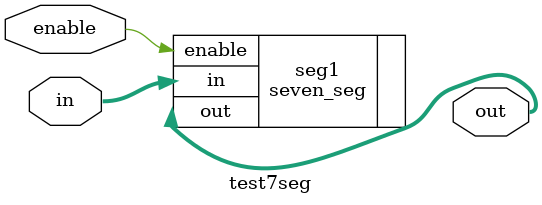
<source format=sv>
/**
 * This module is used to test the seven-segment display module. It takes in a 4-bit input and a decimal point signal and outputs a 7-bit signal to display the corresponding digit on the seven-segment display.
 *
 * @param in 4-bit input signal to display on the seven-segment display.
 * @param dp Decimal point signal to turn on the decimal point on the seven-segment display.
 * @param out 7-bit output signal to display the corresponding digit on the seven-segment display.
 */
module test7seg(
    input logic [3:0] in,  //in: 4-bit input signal
    input enable,        //enable: enable signal
    output logic [15:0] out //out: 16-bit output signal
);

seven_seg seg1(
    .in(in),    //in: 4-bit input signal (connected to in)
    .enable(enable),    //enable: enable signal (connected to enable)
    .out(out)   //out: 16-bit output signal
);

endmodule
</source>
